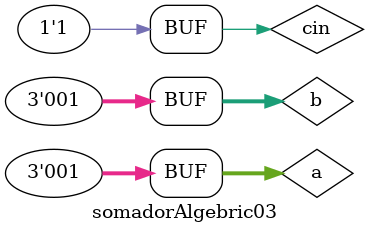
<source format=v>

`include "publico.v"

module somadorAlgebric03();
	reg [2:0]a;
	reg [2:0]b;
	wire [2:0]cout;
	wire [2:0]s;
	wire [2:0]p;
	wire [2:0]q;
	wire x;
	wire y;
	reg cin;
	
	incremento IN1(q,a);
	
	entradaB EN1(p[0], b[0], cin);
	entradaB EN2(p[1], b[1], cin);
	entradaB EN3(p[2], b[2], cin);
	
	fullAdder FA1(s[0], cout[0], q[0], p[0], cin);
	fullAdder FA2(s[1], cout[1], q[1], p[1], cout[0]);
	fullAdder FA3(s[2], cout[2], q[2], p[2], cout[1]);
	
	xor XOR1(x, cout[2], cin);
	nor NOR1(y, s[0], s[0], s[1], s[2]);

	initial begin
			a=3'b000; b=3'b000; cin=0;
		$display("Exemplo0033 - Djonatas Tulio Rodrigues Costa - 440954");
		$display("Somador algebrico para calcular a soma e a subtracao c/ flag\n");
		$display("a(inc1)  +      b   =   s    carry  flag\n");
		$monitor("%b(%d)   +   %b(%d) = %b(%d) --- %b  --- %b", q, q, b, b, s, s, x, y);
			#1 a=3'b101; b=3'b011;
			#1 a=3'b010; b=3'b110;
			#1 a=3'b011; b=3'b100;
			#1 a=3'b100; b=3'b010;
			#1 a=3'b101; b=3'b001;
			#1 a=3'b110; b=3'b001;
			#1 a=3'b111; b=3'b000;
			#1 a=3'b011; b=3'b011;
			#1 a=3'b100; b=3'b010;
			#1 a=3'b001; b=3'b001;
			#1 a=3'b110; b=3'b100;
			#1 a=3'b001; b=3'b001;
			#1 a=3'b010; b=3'b010;
			#1 a=3'b001; b=3'b001;

			#1 a=3'b000; b=3'b000;cin=1;
		$display("a(inc1)  -      b   =   s    carry  flag\n");
		$monitor("%b(%d)   -   %b(%d) = %b(%d) --- %b  --- %b", q, q, b, b, s, s, x, y);
			#1 a=3'b101; b=3'b011;
			#1 a=3'b010; b=3'b110;
			#1 a=3'b011; b=3'b100;
			#1 a=3'b100; b=3'b010;
			#1 a=3'b101; b=3'b001;
			#1 a=3'b110; b=3'b001;
			#1 a=3'b111; b=3'b000;
			#1 a=3'b011; b=3'b011;
			#1 a=3'b100; b=3'b010;
			#1 a=3'b001; b=3'b001;
			#1 a=3'b110; b=3'b100;
			#1 a=3'b001; b=3'b001;
			#1 a=3'b010; b=3'b010;
			#1 a=3'b001; b=3'b001;
	end
	
endmodule // somadorAlgebrico03
</source>
